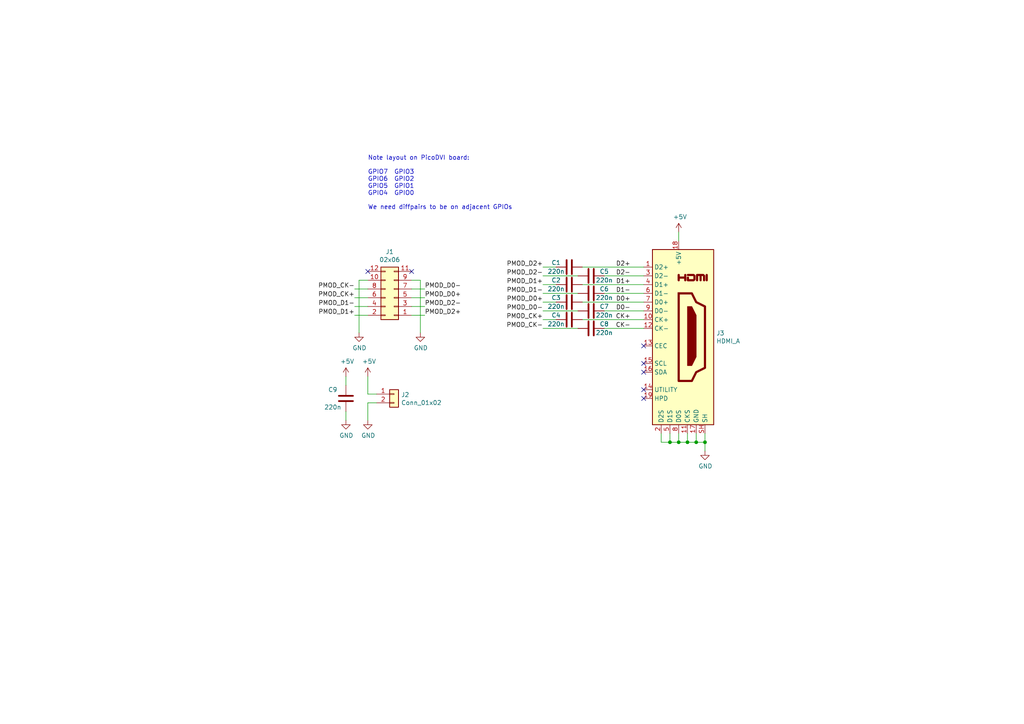
<source format=kicad_sch>
(kicad_sch (version 20230121) (generator eeschema)
  (paper "A4")
  (lib_symbols
    (symbol "Connector:HDMI_A"
      (property "Reference" "J" (at -6.35 26.67 0))
      (property "Value" "HDMI_A" (at 10.16 26.67 0))
      (symbol "HDMI_A_0_0"
        (polyline (pts (xy 8.128 16.51) (xy 8.128 18.034)) (stroke (width 0.635)))
        (polyline (pts (xy 0 16.51) (xy 0 18.034) (xy 0 17.272) (xy 1.905 17.272) (xy 1.905 18.034) (xy 1.905 16.51)) (stroke (width 0.635)))
        (polyline (pts (xy 2.667 18.034) (xy 4.318 18.034) (xy 4.572 17.78) (xy 4.572 16.764) (xy 4.318 16.51) (xy 2.667 16.51) (xy 2.667 17.272)) (stroke (width 0.635)))
      )
      (symbol "HDMI_A_0_1"
        (rectangle (start -7.62 25.4) (end 10.16 -25.4) (stroke (width 0.254)) (fill (type background)))
        (polyline (pts (xy 2.54 8.89) (xy 3.81 8.89) (xy 5.08 6.35) (xy 5.08 -5.715) (xy 3.81 -8.255) (xy 2.54 -8.255) (xy 2.54 8.89)) (fill (type outline)))
        (polyline (pts (xy 5.334 16.51) (xy 5.334 18.034) (xy 6.35 18.034) (xy 6.35 16.51) (xy 6.35 18.034) (xy 7.112 18.034) (xy 7.366 17.78) (xy 7.366 16.51)) (stroke (width 0.635)))
        (polyline (pts (xy 0 12.7) (xy 0 -12.7) (xy 3.81 -12.7) (xy 5.08 -10.16) (xy 7.62 -8.89) (xy 7.62 8.89) (xy 5.08 10.16) (xy 3.81 12.7) (xy 0 12.7)) (stroke (width 0.635)))
      )
      (symbol "HDMI_A_1_1"
        (pin passive line (at -10.16 20.32 0) (length 2.54) (name "D2+") (number "1"))
        (pin passive line (at -10.16 5.08 0) (length 2.54) (name "CK+") (number "10"))
        (pin power_in line (at 2.54 -27.94 90) (length 2.54) (name "CKS") (number "11"))
        (pin passive line (at -10.16 2.54 0) (length 2.54) (name "CK-") (number "12"))
        (pin bidirectional line (at -10.16 -2.54 0) (length 2.54) (name "CEC") (number "13"))
        (pin passive line (at -10.16 -15.24 0) (length 2.54) (name "UTILITY") (number "14"))
        (pin passive line (at -10.16 -7.62 0) (length 2.54) (name "SCL") (number "15"))
        (pin bidirectional line (at -10.16 -10.16 0) (length 2.54) (name "SDA") (number "16"))
        (pin power_in line (at 5.08 -27.94 90) (length 2.54) (name "GND") (number "17"))
        (pin power_in line (at 0 27.94 270) (length 2.54) (name "+5V") (number "18"))
        (pin passive line (at -10.16 -17.78 0) (length 2.54) (name "HPD") (number "19"))
        (pin power_in line (at -5.08 -27.94 90) (length 2.54) (name "D2S") (number "2"))
        (pin passive line (at -10.16 17.78 0) (length 2.54) (name "D2-") (number "3"))
        (pin passive line (at -10.16 15.24 0) (length 2.54) (name "D1+") (number "4"))
        (pin power_in line (at -2.54 -27.94 90) (length 2.54) (name "D1S") (number "5"))
        (pin passive line (at -10.16 12.7 0) (length 2.54) (name "D1-") (number "6"))
        (pin passive line (at -10.16 10.16 0) (length 2.54) (name "D0+") (number "7"))
        (pin power_in line (at 0 -27.94 90) (length 2.54) (name "D0S") (number "8"))
        (pin passive line (at -10.16 7.62 0) (length 2.54) (name "D0-") (number "9"))
        (pin passive line (at 7.62 -27.94 90) (length 2.54) (name "SH") (number "SH"))
      )
    )
    (symbol "Connector_Generic:Conn_01x02" (pin_names (offset 1.016) hide)
      (property "Reference" "J" (at 0 2.54 0))
      (property "Value" "Conn_01x02" (at 0 -5.08 0))
      (symbol "Conn_01x02_1_1"
        (rectangle (start -1.27 -2.413) (end 0 -2.667) (stroke (width 0.1524)))
        (rectangle (start -1.27 0.127) (end 0 -0.127) (stroke (width 0.1524)))
        (rectangle (start -1.27 1.27) (end 1.27 -3.81) (stroke (width 0.254)) (fill (type background)))
        (pin passive line (at -5.08 0 0) (length 3.81) (name "Pin_1") (number "1"))
        (pin passive line (at -5.08 -2.54 0) (length 3.81) (name "Pin_2") (number "2"))
      )
    )
    (symbol "Connector_Generic:Conn_02x06_Odd_Even" (pin_names (offset 1.016) hide)
      (property "Reference" "J" (at 1.27 7.62 0))
      (property "Value" "Conn_02x06_Odd_Even" (at 1.27 -10.16 0))
      (symbol "Conn_02x06_Odd_Even_1_1"
        (rectangle (start -1.27 -7.493) (end 0 -7.747) (stroke (width 0.1524)))
        (rectangle (start -1.27 -4.953) (end 0 -5.207) (stroke (width 0.1524)))
        (rectangle (start -1.27 -2.413) (end 0 -2.667) (stroke (width 0.1524)))
        (rectangle (start -1.27 0.127) (end 0 -0.127) (stroke (width 0.1524)))
        (rectangle (start -1.27 2.667) (end 0 2.413) (stroke (width 0.1524)))
        (rectangle (start -1.27 5.207) (end 0 4.953) (stroke (width 0.1524)))
        (rectangle (start -1.27 6.35) (end 3.81 -8.89) (stroke (width 0.254)) (fill (type background)))
        (rectangle (start 3.81 -7.493) (end 2.54 -7.747) (stroke (width 0.1524)))
        (rectangle (start 3.81 -4.953) (end 2.54 -5.207) (stroke (width 0.1524)))
        (rectangle (start 3.81 -2.413) (end 2.54 -2.667) (stroke (width 0.1524)))
        (rectangle (start 3.81 0.127) (end 2.54 -0.127) (stroke (width 0.1524)))
        (rectangle (start 3.81 2.667) (end 2.54 2.413) (stroke (width 0.1524)))
        (rectangle (start 3.81 5.207) (end 2.54 4.953) (stroke (width 0.1524)))
        (pin passive line (at -5.08 5.08 0) (length 3.81) (name "Pin_1") (number "1"))
        (pin passive line (at 7.62 -5.08 180) (length 3.81) (name "Pin_10") (number "10"))
        (pin passive line (at -5.08 -7.62 0) (length 3.81) (name "Pin_11") (number "11"))
        (pin passive line (at 7.62 -7.62 180) (length 3.81) (name "Pin_12") (number "12"))
        (pin passive line (at 7.62 5.08 180) (length 3.81) (name "Pin_2") (number "2"))
        (pin passive line (at -5.08 2.54 0) (length 3.81) (name "Pin_3") (number "3"))
        (pin passive line (at 7.62 2.54 180) (length 3.81) (name "Pin_4") (number "4"))
        (pin passive line (at -5.08 0 0) (length 3.81) (name "Pin_5") (number "5"))
        (pin passive line (at 7.62 0 180) (length 3.81) (name "Pin_6") (number "6"))
        (pin passive line (at -5.08 -2.54 0) (length 3.81) (name "Pin_7") (number "7"))
        (pin passive line (at 7.62 -2.54 180) (length 3.81) (name "Pin_8") (number "8"))
        (pin passive line (at -5.08 -5.08 0) (length 3.81) (name "Pin_9") (number "9"))
      )
    )
    (symbol "Device:C" (pin_numbers hide) (pin_names (offset 0.254))
      (property "Reference" "C" (at 0.635 2.54 0))
      (property "Value" "C" (at 0.635 -2.54 0))
      (symbol "C_0_1"
        (polyline (pts (xy -2.032 -0.762) (xy 2.032 -0.762)) (stroke (width 0.508)))
        (polyline (pts (xy -2.032 0.762) (xy 2.032 0.762)) (stroke (width 0.508)))
      )
      (symbol "C_1_1"
        (pin passive line (at 0 3.81 270) (length 2.794) (name "~") (number "1"))
        (pin passive line (at 0 -3.81 90) (length 2.794) (name "~") (number "2"))
      )
    )
    (symbol "power:+5V" (power) (pin_names (offset 0))
      (property "Value" "+5V" (at 0 3.556 0))
      (symbol "+5V_0_1"
        (polyline (pts (xy -0.762 1.27) (xy 0 2.54)))
        (polyline (pts (xy 0 0) (xy 0 2.54)))
        (polyline (pts (xy 0 2.54) (xy 0.762 1.27)))
      )
      (symbol "+5V_1_1"
        (pin power_in line (at 0 0 90) (length 0) hide (name "+5V") (number "1"))
      )
    )
    (symbol "power:GND" (power) (pin_names (offset 0))
      (property "Value" "GND" (at 0 -3.81 0))
      (symbol "GND_0_1"
        (polyline (pts (xy 0 0) (xy 0 -1.27) (xy 1.27 -1.27) (xy 0 -2.54) (xy -1.27 -1.27) (xy 0 -1.27)))
      )
      (symbol "GND_1_1"
        (pin power_in line (at 0 0 270) (length 0) hide (name "GND") (number "1"))
      )
    )
  )
  (junction (at 196.85 128.27))
  (junction (at 194.31 128.27))
  (junction (at 204.47 128.27))
  (junction (at 199.39 128.27))
  (junction (at 201.93 128.27))
  (no_connect (at 106.68 78.74))
  (no_connect (at 186.69 100.33))
  (no_connect (at 186.69 113.03))
  (no_connect (at 186.69 107.95))
  (no_connect (at 186.69 115.57))
  (no_connect (at 186.69 105.41))
  (no_connect (at 119.38 78.74))
  (wire (pts (xy 175.26 85.09) (xy 186.69 85.09)))
  (wire (pts (xy 106.68 116.84) (xy 106.68 121.92)))
  (wire (pts (xy 161.29 82.55) (xy 157.48 82.55)))
  (wire (pts (xy 191.77 125.73) (xy 191.77 128.27)))
  (wire (pts (xy 121.92 81.28) (xy 121.92 96.52)))
  (wire (pts (xy 201.93 128.27) (xy 204.47 128.27)))
  (wire (pts (xy 201.93 125.73) (xy 201.93 128.27)))
  (wire (pts (xy 196.85 125.73) (xy 196.85 128.27)))
  (wire (pts (xy 175.26 95.25) (xy 186.69 95.25)))
  (wire (pts (xy 104.14 81.28) (xy 104.14 96.52)))
  (wire (pts (xy 196.85 69.85) (xy 196.85 67.31)))
  (wire (pts (xy 106.68 91.44) (xy 102.87 91.44)))
  (wire (pts (xy 168.91 77.47) (xy 186.69 77.47)))
  (wire (pts (xy 157.48 95.25) (xy 167.64 95.25)))
  (wire (pts (xy 119.38 83.82) (xy 123.19 83.82)))
  (wire (pts (xy 106.68 114.3) (xy 109.22 114.3)))
  (wire (pts (xy 106.68 109.22) (xy 106.68 114.3)))
  (wire (pts (xy 106.68 86.36) (xy 102.87 86.36)))
  (wire (pts (xy 194.31 125.73) (xy 194.31 128.27)))
  (wire (pts (xy 194.31 128.27) (xy 196.85 128.27)))
  (wire (pts (xy 168.91 92.71) (xy 186.69 92.71)))
  (wire (pts (xy 157.48 90.17) (xy 167.64 90.17)))
  (wire (pts (xy 119.38 88.9) (xy 123.19 88.9)))
  (wire (pts (xy 199.39 128.27) (xy 201.93 128.27)))
  (wire (pts (xy 161.29 77.47) (xy 157.48 77.47)))
  (wire (pts (xy 157.48 80.01) (xy 167.64 80.01)))
  (wire (pts (xy 196.85 128.27) (xy 199.39 128.27)))
  (wire (pts (xy 106.68 88.9) (xy 102.87 88.9)))
  (wire (pts (xy 204.47 128.27) (xy 204.47 130.81)))
  (wire (pts (xy 157.48 85.09) (xy 167.64 85.09)))
  (wire (pts (xy 161.29 92.71) (xy 157.48 92.71)))
  (wire (pts (xy 119.38 91.44) (xy 123.19 91.44)))
  (wire (pts (xy 161.29 87.63) (xy 157.48 87.63)))
  (wire (pts (xy 106.68 81.28) (xy 104.14 81.28)))
  (wire (pts (xy 175.26 90.17) (xy 186.69 90.17)))
  (wire (pts (xy 106.68 83.82) (xy 102.87 83.82)))
  (wire (pts (xy 204.47 128.27) (xy 204.47 125.73)))
  (wire (pts (xy 168.91 82.55) (xy 186.69 82.55)))
  (wire (pts (xy 100.33 119.38) (xy 100.33 121.92)))
  (wire (pts (xy 100.33 111.76) (xy 100.33 109.22)))
  (wire (pts (xy 191.77 128.27) (xy 194.31 128.27)))
  (wire (pts (xy 119.38 81.28) (xy 121.92 81.28)))
  (wire (pts (xy 119.38 86.36) (xy 123.19 86.36)))
  (wire (pts (xy 168.91 87.63) (xy 186.69 87.63)))
  (wire (pts (xy 109.22 116.84) (xy 106.68 116.84)))
  (wire (pts (xy 199.39 125.73) (xy 199.39 128.27)))
  (wire (pts (xy 175.26 80.01) (xy 186.69 80.01)))
  (text "Note layout on PicoDVI board:\n\nGPIO7  GPIO3\nGPIO6  GPIO2\nGPIO5  GPIO1\nGPIO4  GPIO0\n\nWe need diffpairs to be on adjacent GPIOs" (at 106.68 60.96 0) (effects (font (size 1.27 1.27)) (justify left bottom)))
  (label "D2+" (at 182.88 77.47 180))
  (label "PMOD_D2-" (at 157.48 80.01 180))
  (label "PMOD_D0-" (at 123.19 83.82 0))
  (label "PMOD_D1+" (at 102.87 91.44 180))
  (label "D0+" (at 182.88 87.63 180))
  (label "PMOD_D2+" (at 123.19 91.44 0))
  (label "PMOD_D1-" (at 102.87 88.9 180))
  (label "PMOD_D2+" (at 157.48 77.47 180))
  (label "PMOD_D0-" (at 157.48 90.17 180))
  (label "CK-" (at 182.88 95.25 180))
  (label "PMOD_CK-" (at 157.48 95.25 180))
  (label "PMOD_D1-" (at 157.48 85.09 180))
  (label "PMOD_CK+" (at 102.87 86.36 180))
  (label "PMOD_D0+" (at 123.19 86.36 0))
  (label "D2-" (at 182.88 80.01 180))
  (label "D1-" (at 182.88 85.09 180))
  (label "PMOD_D0+" (at 157.48 87.63 180))
  (label "PMOD_CK+" (at 157.48 92.71 180))
  (label "PMOD_D2-" (at 123.19 88.9 0))
  (label "PMOD_D1+" (at 157.48 82.55 180))
  (label "PMOD_CK-" (at 102.87 83.82 180))
  (label "D0-" (at 182.88 90.17 180))
  (label "CK+" (at 182.88 92.71 180))
  (label "D1+" (at 182.88 82.55 180))
  (symbol (lib_id "Connector:HDMI_A") (at 196.85 97.79 0) (unit 1)
    (property "Reference" "J3" (at 207.7466 96.6216 0) (effects (justify left)))
    (property "Value" "HDMI_A" (at 207.7466 98.933 0) (effects (justify left)))
    (property "Footprint" "picodvi:HDMI-SS-53000" (effects hide))
    (property "Datasheet" "https://en.wikipedia.org/wiki/HDMI" (effects hide))
  )
  (symbol (lib_id "Connector_Generic:Conn_02x06_Odd_Even") (at 114.3 86.36 180) (unit 1)
    (property "Reference" "J1" (at 113.03 73.025 0))
    (property "Value" "02x06" (at 113.03 75.3364 0))
    (property "Footprint" "Connector_PinSocket_2.54mm:PinSocket_2x06_P2.54mm_Horizontal" (effects hide))
  )
  (symbol (lib_id "power:GND") (at 104.14 96.52 0) (unit 1)
    (property "Reference" "#PWR0103" (effects hide))
    (property "Value" "GND" (at 104.267 100.9142 0))
  )
  (symbol (lib_id "power:GND") (at 121.92 96.52 0) (unit 1)
    (property "Reference" "#PWR0104" (effects hide))
    (property "Value" "GND" (at 122.047 100.9142 0))
  )
  (symbol (lib_id "Device:C") (at 165.1 77.47 270) (unit 1)
    (property "Reference" "C1" (at 161.29 76.2 90))
    (property "Value" "220n" (at 161.29 78.74 90))
    (property "Footprint" "Capacitor_SMD:C_0402_1005Metric" (effects hide))
  )
  (symbol (lib_id "Device:C") (at 171.45 80.01 270) (unit 1)
    (property "Reference" "C5" (at 175.26 78.74 90))
    (property "Value" "220n" (at 175.26 81.28 90))
    (property "Footprint" "Capacitor_SMD:C_0402_1005Metric" (effects hide))
  )
  (symbol (lib_id "Device:C") (at 165.1 82.55 270) (unit 1)
    (property "Reference" "C2" (at 161.29 81.28 90))
    (property "Value" "220n" (at 161.29 83.82 90))
    (property "Footprint" "Capacitor_SMD:C_0402_1005Metric" (effects hide))
  )
  (symbol (lib_id "Device:C") (at 171.45 85.09 270) (unit 1)
    (property "Reference" "C6" (at 175.26 83.82 90))
    (property "Value" "220n" (at 175.26 86.36 90))
    (property "Footprint" "Capacitor_SMD:C_0402_1005Metric" (effects hide))
  )
  (symbol (lib_id "Device:C") (at 165.1 87.63 270) (unit 1)
    (property "Reference" "C3" (at 161.29 86.36 90))
    (property "Value" "220n" (at 161.29 88.9 90))
    (property "Footprint" "Capacitor_SMD:C_0402_1005Metric" (effects hide))
  )
  (symbol (lib_id "Device:C") (at 171.45 90.17 270) (unit 1)
    (property "Reference" "C7" (at 175.26 88.9 90))
    (property "Value" "220n" (at 175.26 91.44 90))
    (property "Footprint" "Capacitor_SMD:C_0402_1005Metric" (effects hide))
  )
  (symbol (lib_id "Device:C") (at 165.1 92.71 270) (unit 1)
    (property "Reference" "C4" (at 161.29 91.44 90))
    (property "Value" "220n" (at 161.29 93.98 90))
    (property "Footprint" "Capacitor_SMD:C_0402_1005Metric" (effects hide))
  )
  (symbol (lib_id "Device:C") (at 171.45 95.25 270) (unit 1)
    (property "Reference" "C8" (at 175.26 93.98 90))
    (property "Value" "220n" (at 175.26 96.52 90))
    (property "Footprint" "Capacitor_SMD:C_0402_1005Metric" (effects hide))
  )
  (symbol (lib_id "power:GND") (at 204.47 130.81 0) (unit 1)
    (property "Reference" "#PWR0105" (effects hide))
    (property "Value" "GND" (at 204.597 135.2042 0))
  )
  (symbol (lib_id "power:+5V") (at 196.85 67.31 0) (unit 1)
    (property "Reference" "#PWR0106" (effects hide))
    (property "Value" "+5V" (at 197.231 62.9158 0))
  )
  (symbol (lib_id "Connector_Generic:Conn_01x02") (at 114.3 114.3 0) (unit 1)
    (property "Reference" "J2" (at 116.332 114.5032 0) (effects (justify left)))
    (property "Value" "Conn_01x02" (at 116.332 116.8146 0) (effects (justify left)))
    (property "Footprint" "Connector_PinHeader_2.54mm:PinHeader_1x02_P2.54mm_Vertical" (effects hide))
  )
  (symbol (lib_id "power:+5V") (at 106.68 109.22 0) (unit 1)
    (property "Reference" "#PWR0107" (effects hide))
    (property "Value" "+5V" (at 107.061 104.8258 0))
  )
  (symbol (lib_id "power:GND") (at 106.68 121.92 0) (unit 1)
    (property "Reference" "#PWR0108" (effects hide))
    (property "Value" "GND" (at 106.807 126.3142 0))
  )
  (symbol (lib_id "Device:C") (at 100.33 115.57 180) (unit 1)
    (property "Reference" "C9" (at 96.52 113.03 0))
    (property "Value" "220n" (at 96.52 118.11 0))
    (property "Footprint" "Capacitor_SMD:C_0402_1005Metric" (effects hide))
  )
  (symbol (lib_id "power:+5V") (at 100.33 109.22 0) (unit 1)
    (property "Reference" "#PWR01" (effects hide))
    (property "Value" "+5V" (at 100.711 104.8258 0))
  )
  (symbol (lib_id "power:GND") (at 100.33 121.92 0) (unit 1)
    (property "Reference" "#PWR02" (effects hide))
    (property "Value" "GND" (at 100.457 126.3142 0))
  )
)
</source>
